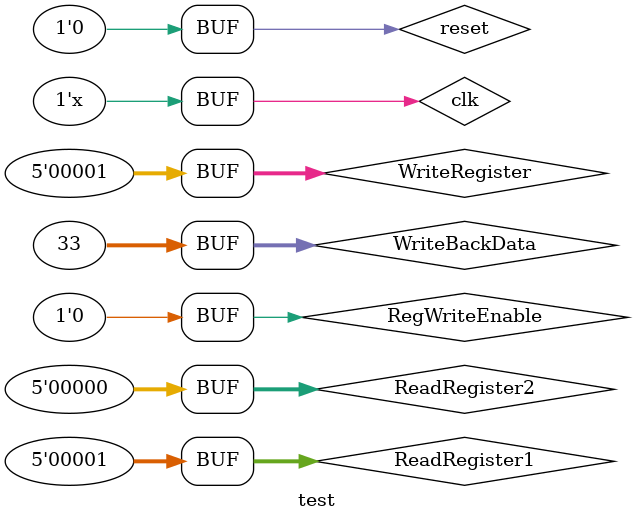
<source format=v>
module RegisterFile(
    OutputData1,
    OutputData2,
    WriteBackData,
    ReadRegister1,
    ReadRegister2,
    WriteRegister,
    RegWriteEnable,
    clk,
    reset
);

input[4:0] ReadRegister1,ReadRegister2,WriteRegister;
input[31:0] WriteBackData;
output[31:0] OutputData1,OutputData2;
input RegWriteEnable,clk,reset;
wire [31:0] RegSystem [0:31];
wire [31:0]decodedRegister;


decoder d1(decodedRegister,RegWriteEnable,WriteRegister);
register reg0(RegSystem[0],32'b0,clk,1'b0,1'b1);    //$zero register
register reg1(RegSystem[1],WriteBackData,clk,reset,decodedRegister[1]);
register reg2(RegSystem[2],WriteBackData,clk,reset,decodedRegister[2]);
register reg3(RegSystem[3],WriteBackData,clk,reset,decodedRegister[3]);
register reg4(RegSystem[4],WriteBackData,clk,reset,decodedRegister[4]);

register reg5(RegSystem[5],WriteBackData,clk,reset,decodedRegister[5]);
register reg6(RegSystem[6],WriteBackData,clk,reset,decodedRegister[6]);
register reg7(RegSystem[7],WriteBackData,clk,reset,decodedRegister[7]);
register reg8(RegSystem[8],WriteBackData,clk,reset,decodedRegister[8]);
register reg9(RegSystem[9],WriteBackData,clk,reset,decodedRegister[9]);

register reg10(RegSystem[10],WriteBackData,clk,reset,decodedRegister[10]);
register reg11(RegSystem[11],WriteBackData,clk,reset,decodedRegister[11]);
register reg12(RegSystem[12],WriteBackData,clk,reset,decodedRegister[12]);
register reg13(RegSystem[13],WriteBackData,clk,reset,decodedRegister[13]);
register reg14(RegSystem[14],WriteBackData,clk,reset,decodedRegister[14]);

register reg15(RegSystem[15],WriteBackData,clk,reset,decodedRegister[15]);
register reg16(RegSystem[16],WriteBackData,clk,reset,decodedRegister[16]);
register reg17(RegSystem[17],WriteBackData,clk,reset,decodedRegister[17]);
register reg18(RegSystem[18],WriteBackData,clk,reset,decodedRegister[18]);
register reg19(RegSystem[19],WriteBackData,clk,reset,decodedRegister[19]);

register reg20(RegSystem[20],WriteBackData,clk,reset,decodedRegister[20]);
register reg21(RegSystem[21],WriteBackData,clk,reset,decodedRegister[21]);
register reg22(RegSystem[22],WriteBackData,clk,reset,decodedRegister[22]);
register reg23(RegSystem[23],WriteBackData,clk,reset,decodedRegister[23]);
register reg24(RegSystem[24],WriteBackData,clk,reset,decodedRegister[24]);

register reg25(RegSystem[25],WriteBackData,clk,reset,decodedRegister[25]);
register reg26(RegSystem[26],WriteBackData,clk,reset,decodedRegister[26]);
register reg27(RegSystem[27],WriteBackData,clk,reset,decodedRegister[27]);
register reg28(RegSystem[28],WriteBackData,clk,reset,decodedRegister[28]);
register reg29(RegSystem[29],WriteBackData,clk,reset,decodedRegister[29]);

register reg30(RegSystem[30],WriteBackData,clk,reset,decodedRegister[30]);
register reg31(RegSystem[31],WriteBackData,clk,reset,decodedRegister[31]);

IdentifyNeededData i1(OutputData1,ReadRegister1,RegSystem[0],RegSystem[1],RegSystem[2],RegSystem[3],RegSystem[4],RegSystem[5],RegSystem[6],RegSystem[7],RegSystem[8],RegSystem[9],RegSystem[10],
                    RegSystem[11],RegSystem[12],RegSystem[13],RegSystem[14],RegSystem[15],RegSystem[16],RegSystem[17],RegSystem[18],RegSystem[19],RegSystem[20],RegSystem[21],RegSystem[22],
                    RegSystem[23],RegSystem[24],RegSystem[25],RegSystem[26],RegSystem[27],RegSystem[28],RegSystem[29],RegSystem[30],RegSystem[31]);

IdentifyNeededData i2(OutputData2,ReadRegister2,RegSystem[0],RegSystem[1],RegSystem[2],RegSystem[3],RegSystem[4],RegSystem[5],RegSystem[6],RegSystem[7],RegSystem[8],RegSystem[9],RegSystem[10],
                    RegSystem[11],RegSystem[12],RegSystem[13],RegSystem[14],RegSystem[15],RegSystem[16],RegSystem[17],RegSystem[18],RegSystem[19],RegSystem[20],RegSystem[21],RegSystem[22],
                    RegSystem[23],RegSystem[24],RegSystem[25],RegSystem[26],RegSystem[27],RegSystem[28],RegSystem[29],RegSystem[30],RegSystem[31]);

endmodule

module mux32x1(out,in,select);
output reg out;
input[31:0] in;
input[4:0] select;
wire [31:0] decodedOutput;

decode5to32 d2(select,decodedOutput);
integer i;
always @(*)
begin
for(i=0;i<=31;i++)
begin
if(decodedOutput[i] == 1'b1)
    out = in[i];
end
end

endmodule

module IdentifyNeededData(OutputData,ReadRegister,in0,in1,in2,in3,in4,in5,in6,in7,in8,in9,in10,in11,in12,in13,in14,in15,in16,in17,in18,in19,in20,in21,in22,in23,in24,in25,in26,in27,in28,in29,in30,in31);
input[4:0] ReadRegister;
output[31:0] OutputData;
input[31:0] in0,in1,in2,in3,in4,in5,in6,in7,in8,in9,in10,in11,in12,in13,in14,in15,in16,in17,in18,in19,in20,in21,in22,in23,in24,in25,in26,in27,in28,in29,in30,in31;
reg[31:0] BitWiseArray [0:31];
integer i;

always @(*)
begin
for(i=0;i<=31;i++)
BitWiseArray[i] = {in31[i],in30[i],in29[i],in28[i],in27[i],in26[i],in25[i],in24[i],in23[i],in22[i],in21[i],in20[i],in19[i],in18[i],in17[i],in16[i],in15[i],in14[i],in13[i],in12[i],in11[i],in10[i],in9[i],in8[i],in7[i],in6[i],in5[i],in4[i],in3[i],in2[i],in1[i],in0[i]};
end
//Add the implementation of giving in the array values

mux32x1 mux0(OutputData[0],BitWiseArray[0],ReadRegister);
mux32x1 mux1(OutputData[1],BitWiseArray[1],ReadRegister);
mux32x1 mux2(OutputData[2],BitWiseArray[2],ReadRegister);
mux32x1 mux3(OutputData[3],BitWiseArray[3],ReadRegister);
mux32x1 mux4(OutputData[4],BitWiseArray[4],ReadRegister);

mux32x1 mux5(OutputData[5],BitWiseArray[5],ReadRegister);
mux32x1 mux6(OutputData[6],BitWiseArray[6],ReadRegister);
mux32x1 mux7(OutputData[7],BitWiseArray[7],ReadRegister);
mux32x1 mux8(OutputData[8],BitWiseArray[8],ReadRegister);
mux32x1 mux9(OutputData[9],BitWiseArray[9],ReadRegister);

mux32x1 mux10(OutputData[10],BitWiseArray[10],ReadRegister);
mux32x1 mux11(OutputData[11],BitWiseArray[11],ReadRegister);
mux32x1 mux12(OutputData[12],BitWiseArray[12],ReadRegister);
mux32x1 mux13(OutputData[13],BitWiseArray[13],ReadRegister);
mux32x1 mux14(OutputData[14],BitWiseArray[14],ReadRegister);

mux32x1 mux15(OutputData[15],BitWiseArray[15],ReadRegister);
mux32x1 mux16(OutputData[16],BitWiseArray[16],ReadRegister);
mux32x1 mux17(OutputData[17],BitWiseArray[17],ReadRegister);
mux32x1 mux18(OutputData[18],BitWiseArray[18],ReadRegister);
mux32x1 mux19(OutputData[19],BitWiseArray[19],ReadRegister);

mux32x1 mux20(OutputData[20],BitWiseArray[20],ReadRegister);
mux32x1 mux21(OutputData[21],BitWiseArray[21],ReadRegister);
mux32x1 mux22(OutputData[22],BitWiseArray[22],ReadRegister);
mux32x1 mux23(OutputData[23],BitWiseArray[23],ReadRegister);
mux32x1 mux24(OutputData[24],BitWiseArray[24],ReadRegister);

mux32x1 mux25(OutputData[25],BitWiseArray[25],ReadRegister);
mux32x1 mux26(OutputData[26],BitWiseArray[26],ReadRegister);
mux32x1 mux27(OutputData[27],BitWiseArray[27],ReadRegister);
mux32x1 mux28(OutputData[28],BitWiseArray[28],ReadRegister);
mux32x1 mux29(OutputData[29],BitWiseArray[29],ReadRegister);

mux32x1 mux30(OutputData[30],BitWiseArray[30],ReadRegister);
mux32x1 mux31(OutputData[31],BitWiseArray[31],ReadRegister);

endmodule

//creating a d-flip flop
module register(RegOut,RegIn, clk,reset,WriteEn);
output reg[31:0] RegOut;
input[31:0] RegIn;
input clk;
input WriteEn;
input reset;
wire a1,a2;


always @(posedge clk)
    begin
    if(reset)
        RegOut = 0;
    if(WriteEn)
        RegOut = RegIn;
      
    end
    
endmodule


module decoder(decodedOutput,ShouldWrite,WriteRegister);

input[4:0] WriteRegister;
input ShouldWrite;
output reg[31:0] decodedOutput;
wire[31:0] temp;

decode5to32 da(WriteRegister,temp);

always @(*)
begin
if(ShouldWrite)
    decodedOutput = {1'b0,temp[30:0]};
end
//and and0(decodedOutput[0],temp[0],ShouldWrite);

endmodule

module andfor5(out,a,b,c,d,e);
output out;
input a,b,c,d,e;
wire f1,f2,f3;
and and1(f1,a,b,c,d);
and and2(out,f1,e);
endmodule

module decode5to32(Registerindex,out);
input[4:0] Registerindex;
output[31:0] out;
wire not1,not2,not3,not4,not5;

not A(not1,Registerindex[4]);
not B(not2,Registerindex[3]);
not C(not3,Registerindex[2]);
not D(not4,Registerindex[1]);
not E(not5,Registerindex[0]);


andfor5 and5(out[31],Registerindex[4],Registerindex[3],Registerindex[2],Registerindex[1],Registerindex[0]);
andfor5 and6(out[30],Registerindex[4],Registerindex[3],Registerindex[2],Registerindex[1],not5);
andfor5 and7(out[29],Registerindex[4],Registerindex[3],Registerindex[2],not4,Registerindex[0]);
andfor5 and8(out[28],Registerindex[4],Registerindex[3],Registerindex[2],not4,not5);
andfor5 and9(out[27],Registerindex[4],Registerindex[3],not3,Registerindex[1],Registerindex[0]);

andfor5 and0(out[26],Registerindex[4],Registerindex[3],not3,Registerindex[1],not5);
andfor5 andq(out[25],Registerindex[4],Registerindex[3],not3,not4,Registerindex[0]);
andfor5 andw(out[24],Registerindex[4],Registerindex[3],not3,not4,not5);
andfor5 ande(out[23],Registerindex[4],not2,Registerindex[2],Registerindex[1],Registerindex[0]);
andfor5 andr(out[22],Registerindex[4],not2,Registerindex[2],Registerindex[1],not5);

andfor5 andt(out[21],Registerindex[4],not2,Registerindex[2],not4,Registerindex[0]);
andfor5 andy(out[20],Registerindex[4],not2,Registerindex[2],not4,not5);
andfor5 andu(out[19],Registerindex[4],not2,not3,Registerindex[1],Registerindex[0]);
andfor5 andi(out[18],Registerindex[4],not2,not3,Registerindex[1],not5);
andfor5 ando(out[17],Registerindex[4],not2,not3,not4,Registerindex[0]);

andfor5 andp(out[16],Registerindex[4],not2,not3,not4,not5);
andfor5 anda(out[15],not1,Registerindex[3],Registerindex[2],Registerindex[1],Registerindex[0]);
andfor5 ands(out[14],not1,Registerindex[3],Registerindex[2],Registerindex[1],not5);
andfor5 andd(out[13],not1,Registerindex[3],Registerindex[2],not4,Registerindex[0]);
andfor5 andf(out[12],not1,Registerindex[3],Registerindex[2],not4,not5);

andfor5 andg(out[11],not1,Registerindex[3],not3,Registerindex[1],Registerindex[0]);
andfor5 andh(out[10],not1,Registerindex[3],not3,Registerindex[1],not5);
andfor5 andj(out[9],not1,Registerindex[3],not3,not4,Registerindex[0]);
andfor5 andk(out[8],not1,Registerindex[3],not3,not4,not5);
andfor5 andl(out[7],not1,not2,Registerindex[2],Registerindex[1],Registerindex[0]);

andfor5 andz(out[6],not1,not2,Registerindex[2],Registerindex[1],not5);
andfor5 andx(out[5],not1,not2,Registerindex[2],not4,Registerindex[0]);
andfor5 andc(out[4],not1,not2,Registerindex[2],not4,not5);
andfor5 andv(out[3],not1,not2,not3,Registerindex[1],Registerindex[0]);
andfor5 andb(out[2],not1,not2,not3,Registerindex[1],not5);

andfor5 andn(out[1],not1,not2,not3,not4,Registerindex[0]);
andfor5 andm(out[0],not1,not2,not3,not4,not5);

endmodule

module test();
    wire[31:0] OutputData1;
    wire[31:0] OutputData2;
    reg[31:0] WriteBackData;
    reg[4:0] ReadRegister1;
    reg[4:0] ReadRegister2;
    reg[4:0] WriteRegister;
    reg RegWriteEnable;
    reg clk;
    reg reset;
    RegisterFile r(OutputData1,OutputData2,WriteBackData,ReadRegister1,ReadRegister2,WriteRegister,RegWriteEnable,clk,reset);
    
    
    initial begin
    $dumpfile ("Registers_out.vcd");
	$dumpvars(0, test);

    clk = 0;
    reset = 0;
    ReadRegister1 = 5'b0000;
    ReadRegister2 = 5'b0000;
    RegWriteEnable = 0;


    #20
    RegWriteEnable = 1;
    WriteRegister = 5'b0001;
    WriteBackData = 32'b00000000000000000000000000100001;
    ReadRegister1 = 5'b0000;
    ReadRegister2 = 5'b0000;

    #20;
    ReadRegister1 = 5'b0001;
    ReadRegister2 = 5'b0000;
    RegWriteEnable = 0;

    end
    always
        #10 clk = ~clk;
endmodule

</source>
